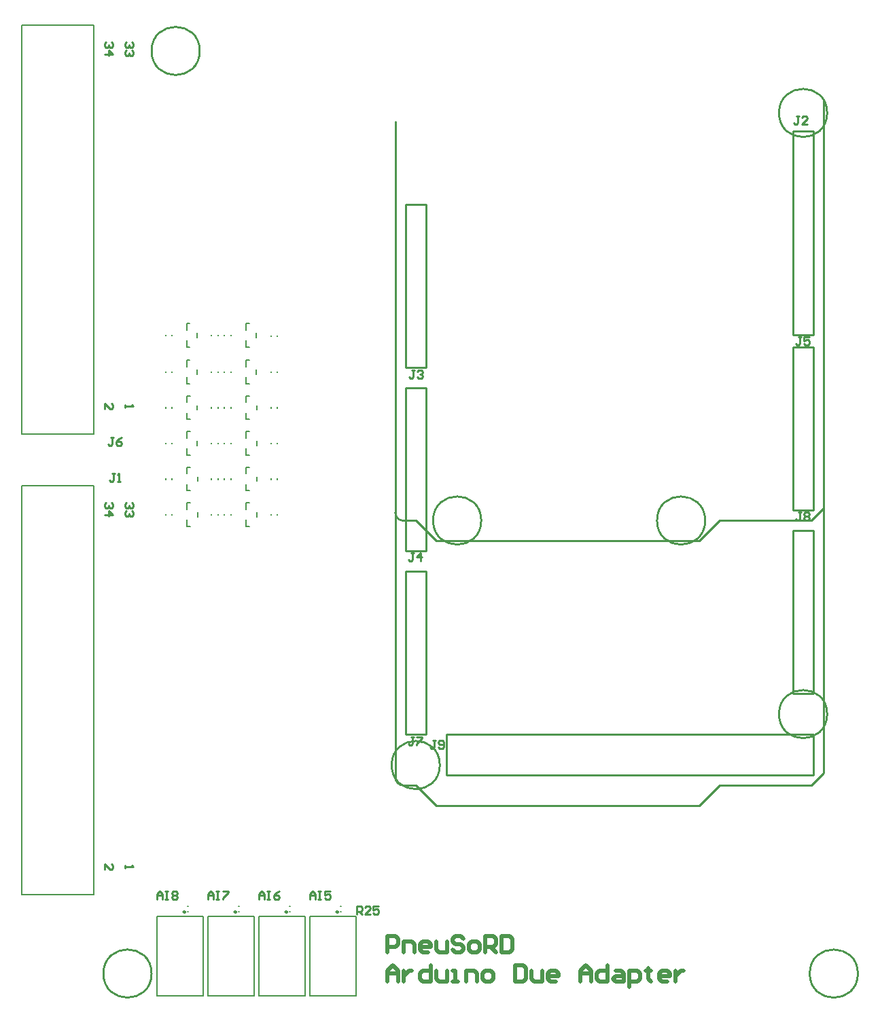
<source format=gto>
G04*
G04 #@! TF.GenerationSoftware,Altium Limited,Altium Designer,21.0.9 (235)*
G04*
G04 Layer_Color=65535*
%FSLAX44Y44*%
%MOMM*%
G71*
G04*
G04 #@! TF.SameCoordinates,B04B5628-BEB7-489B-AFC1-9DCA5A1A145D*
G04*
G04*
G04 #@! TF.FilePolarity,Positive*
G04*
G01*
G75*
%ADD10C,0.2500*%
%ADD11C,0.2540*%
%ADD12C,0.2000*%
%ADD13C,0.5080*%
D10*
X-769628Y-996004D02*
G03*
X-769628Y-996004I-1250J0D01*
G01*
X-706128D02*
G03*
X-706128Y-996004I-1250J0D01*
G01*
X-642628D02*
G03*
X-642628Y-996004I-1250J0D01*
G01*
X-579128D02*
G03*
X-579128Y-996004I-1250J0D01*
G01*
D11*
X-751726Y77316D02*
G03*
X-751726Y77316I-30000J0D01*
G01*
X-811726Y-1072684D02*
G03*
X-811726Y-1072684I-30000J0D01*
G01*
X68274D02*
G03*
X68274Y-1072684I-30000J0D01*
G01*
X30000Y-749300D02*
G03*
X30000Y-749300I-30000J0D01*
G01*
Y0D02*
G03*
X30000Y0I-30000J0D01*
G01*
X-122000Y-508000D02*
G03*
X-122000Y-508000I-30000J0D01*
G01*
X-401000D02*
G03*
X-401000Y-508000I-30000J0D01*
G01*
X-452600Y-812800D02*
G03*
X-452600Y-812800I-30000J0D01*
G01*
X-507991Y-828294D02*
G03*
X-498348Y-838188I9898J0D01*
G01*
X-507991Y-498294D02*
G03*
X-498348Y-508188I9898J0D01*
G01*
X12700Y-825500D02*
Y-774700D01*
X-444500D02*
X12700D01*
X-444500Y-825500D02*
Y-774700D01*
Y-825500D02*
X12700D01*
Y-276860D02*
Y-22860D01*
X-12700Y-276860D02*
X12700D01*
X-12700D02*
Y-22860D01*
X12700D01*
X-12700Y-520700D02*
X12700D01*
X-12700Y-723900D02*
Y-520700D01*
Y-723900D02*
X12700D01*
Y-520700D01*
X-498348Y-838188D02*
X-482612D01*
X10160Y-838200D02*
X25400Y-822960D01*
X-104140Y-838200D02*
X10160D01*
X-129540Y-863600D02*
X-104140Y-838200D01*
X-457200Y-863600D02*
X-129540D01*
X-482600Y-838200D02*
X-457200Y-863600D01*
X-469900Y-546100D02*
Y-342900D01*
X-495300Y-546100D02*
X-469900D01*
X-495300D02*
Y-342900D01*
X-469900D01*
Y-317500D02*
Y-114300D01*
X-495300Y-317500D02*
X-469900D01*
X-495300D02*
Y-114300D01*
X-469900D01*
X12700Y-495300D02*
Y-292100D01*
X-12700Y-495300D02*
X12700D01*
X-12700D02*
Y-292100D01*
X12700D01*
X-482600Y-508200D02*
X-457200Y-533600D01*
X-129540D01*
X-104140Y-508200D01*
X10160D01*
X25400Y-492960D01*
X25400Y16854D02*
X25400Y-822960D01*
X-498348Y-508188D02*
X-482612D01*
X-508000Y-10578D02*
X-508000Y-814996D01*
X-469900Y-774700D02*
Y-571500D01*
X-495300Y-774700D02*
X-469900D01*
X-495300D02*
Y-571500D01*
X-469900D01*
X-508003Y-828294D02*
Y-814237D01*
X-458049Y-782323D02*
X-461434D01*
X-459742D01*
Y-790787D01*
X-461434Y-792480D01*
X-463127D01*
X-464820Y-790787D01*
X-454663D02*
X-452971Y-792480D01*
X-449585D01*
X-447892Y-790787D01*
Y-784016D01*
X-449585Y-782323D01*
X-452971D01*
X-454663Y-784016D01*
Y-785709D01*
X-452971Y-787402D01*
X-447892D01*
X-4595Y-3904D02*
X-7981D01*
X-6288D01*
Y-12368D01*
X-7981Y-14060D01*
X-9674D01*
X-11366Y-12368D01*
X5561Y-14060D02*
X-1210D01*
X5561Y-7289D01*
Y-5597D01*
X3869Y-3904D01*
X483D01*
X-1210Y-5597D01*
X-2719Y-498007D02*
X-6104D01*
X-4412D01*
Y-506471D01*
X-6104Y-508164D01*
X-7797D01*
X-9490Y-506471D01*
X667Y-499700D02*
X2359Y-498007D01*
X5745D01*
X7438Y-499700D01*
Y-501393D01*
X5745Y-503086D01*
X7438Y-504779D01*
Y-506471D01*
X5745Y-508164D01*
X2359D01*
X667Y-506471D01*
Y-504779D01*
X2359Y-503086D01*
X667Y-501393D01*
Y-499700D01*
X2359Y-503086D02*
X5745D01*
X-859207Y-404789D02*
X-862592D01*
X-860900D01*
Y-413253D01*
X-862592Y-414946D01*
X-864285D01*
X-865978Y-413253D01*
X-849050Y-404789D02*
X-852436Y-406482D01*
X-855821Y-409868D01*
Y-413253D01*
X-854128Y-414946D01*
X-850743D01*
X-849050Y-413253D01*
Y-411561D01*
X-850743Y-409868D01*
X-855821D01*
X-862022Y88204D02*
X-860329Y86511D01*
Y83126D01*
X-862022Y81433D01*
X-863715D01*
X-865408Y83126D01*
Y84818D01*
Y83126D01*
X-867100Y81433D01*
X-868793D01*
X-870486Y83126D01*
Y86511D01*
X-868793Y88204D01*
X-870486Y72969D02*
X-860329D01*
X-865408Y78047D01*
Y71276D01*
X-836622Y88204D02*
X-834929Y86511D01*
Y83126D01*
X-836622Y81433D01*
X-838315D01*
X-840008Y83126D01*
Y84818D01*
Y83126D01*
X-841700Y81433D01*
X-843393D01*
X-845086Y83126D01*
Y86511D01*
X-843393Y88204D01*
X-836622Y78047D02*
X-834929Y76354D01*
Y72969D01*
X-836622Y71276D01*
X-838315D01*
X-840008Y72969D01*
Y74662D01*
Y72969D01*
X-841700Y71276D01*
X-843393D01*
X-845086Y72969D01*
Y76354D01*
X-843393Y78047D01*
X-845086Y-363496D02*
Y-366882D01*
Y-365189D01*
X-834929D01*
X-836622Y-363496D01*
X-870486Y-369267D02*
Y-362496D01*
X-863715Y-369267D01*
X-862022D01*
X-860329Y-367574D01*
Y-364189D01*
X-862022Y-362496D01*
X-741518Y-980350D02*
Y-973579D01*
X-738132Y-970193D01*
X-734747Y-973579D01*
Y-980350D01*
Y-975272D01*
X-741518D01*
X-731361Y-970193D02*
X-727976D01*
X-729669D01*
Y-980350D01*
X-731361D01*
X-727976D01*
X-722897Y-970193D02*
X-716126D01*
Y-971886D01*
X-722897Y-978657D01*
Y-980350D01*
X-805018D02*
Y-973579D01*
X-801632Y-970193D01*
X-798247Y-973579D01*
Y-980350D01*
Y-975272D01*
X-805018D01*
X-794861Y-970193D02*
X-791476D01*
X-793168D01*
Y-980350D01*
X-794861D01*
X-791476D01*
X-786397Y-971886D02*
X-784705Y-970193D01*
X-781319D01*
X-779626Y-971886D01*
Y-973579D01*
X-781319Y-975272D01*
X-779626Y-976964D01*
Y-978657D01*
X-781319Y-980350D01*
X-784705D01*
X-786397Y-978657D01*
Y-976964D01*
X-784705Y-975272D01*
X-786397Y-973579D01*
Y-971886D01*
X-784705Y-975272D02*
X-781319D01*
X-678018Y-980350D02*
Y-973579D01*
X-674632Y-970193D01*
X-671247Y-973579D01*
Y-980350D01*
Y-975272D01*
X-678018D01*
X-667861Y-970193D02*
X-664476D01*
X-666169D01*
Y-980350D01*
X-667861D01*
X-664476D01*
X-652626Y-970193D02*
X-656012Y-971886D01*
X-659397Y-975272D01*
Y-978657D01*
X-657705Y-980350D01*
X-654319D01*
X-652626Y-978657D01*
Y-976964D01*
X-654319Y-975272D01*
X-659397D01*
X-614518Y-980350D02*
Y-973579D01*
X-611132Y-970193D01*
X-607747Y-973579D01*
Y-980350D01*
Y-975272D01*
X-614518D01*
X-604361Y-970193D02*
X-600976D01*
X-602668D01*
Y-980350D01*
X-604361D01*
X-600976D01*
X-589126Y-970193D02*
X-595897D01*
Y-975272D01*
X-592512Y-973579D01*
X-590819D01*
X-589126Y-975272D01*
Y-978657D01*
X-590819Y-980350D01*
X-594205D01*
X-595897Y-978657D01*
X-862022Y-485846D02*
X-860329Y-487539D01*
Y-490924D01*
X-862022Y-492617D01*
X-863715D01*
X-865408Y-490924D01*
Y-489232D01*
Y-490924D01*
X-867100Y-492617D01*
X-868793D01*
X-870486Y-490924D01*
Y-487539D01*
X-868793Y-485846D01*
X-870486Y-501081D02*
X-860329D01*
X-865408Y-496003D01*
Y-502774D01*
X-836622Y-485846D02*
X-834929Y-487539D01*
Y-490924D01*
X-836622Y-492617D01*
X-838315D01*
X-840008Y-490924D01*
Y-489232D01*
Y-490924D01*
X-841700Y-492617D01*
X-843393D01*
X-845086Y-490924D01*
Y-487539D01*
X-843393Y-485846D01*
X-836622Y-496003D02*
X-834929Y-497696D01*
Y-501081D01*
X-836622Y-502774D01*
X-838315D01*
X-840008Y-501081D01*
Y-499388D01*
Y-501081D01*
X-841700Y-502774D01*
X-843393D01*
X-845086Y-501081D01*
Y-497696D01*
X-843393Y-496003D01*
X-845086Y-937546D02*
Y-940932D01*
Y-939239D01*
X-834929D01*
X-836622Y-937546D01*
X-870486Y-943317D02*
Y-936546D01*
X-863715Y-943317D01*
X-862022D01*
X-860329Y-941624D01*
Y-938239D01*
X-862022Y-936546D01*
X-556098Y-999146D02*
Y-988989D01*
X-551020D01*
X-549327Y-990682D01*
Y-994068D01*
X-551020Y-995760D01*
X-556098D01*
X-552712D02*
X-549327Y-999146D01*
X-539170D02*
X-545941D01*
X-539170Y-992375D01*
Y-990682D01*
X-540863Y-988989D01*
X-544249D01*
X-545941Y-990682D01*
X-529013Y-988989D02*
X-535785D01*
Y-994068D01*
X-532399Y-992375D01*
X-530706D01*
X-529013Y-994068D01*
Y-997453D01*
X-530706Y-999146D01*
X-534092D01*
X-535785Y-997453D01*
X-857429Y-448985D02*
X-860814D01*
X-859122D01*
Y-457449D01*
X-860814Y-459142D01*
X-862507D01*
X-864200Y-457449D01*
X-854043Y-459142D02*
X-850658D01*
X-852350D01*
Y-448985D01*
X-854043Y-450678D01*
X-485319Y-777915D02*
X-488704D01*
X-487012D01*
Y-786379D01*
X-488704Y-788072D01*
X-490397D01*
X-492090Y-786379D01*
X-481933Y-777915D02*
X-475162D01*
Y-779608D01*
X-481933Y-786379D01*
Y-788072D01*
X-2211Y-279313D02*
X-5596D01*
X-3904D01*
Y-287777D01*
X-5596Y-289470D01*
X-7289D01*
X-8982Y-287777D01*
X7946Y-279313D02*
X1175D01*
Y-284392D01*
X4560Y-282699D01*
X6253D01*
X7946Y-284392D01*
Y-287777D01*
X6253Y-289470D01*
X2867D01*
X1175Y-287777D01*
X-485319Y-548807D02*
X-488704D01*
X-487012D01*
Y-557271D01*
X-488704Y-558964D01*
X-490397D01*
X-492090Y-557271D01*
X-476855Y-558964D02*
Y-548807D01*
X-481933Y-553886D01*
X-475162D01*
X-484049Y-320715D02*
X-487434D01*
X-485742D01*
Y-329179D01*
X-487434Y-330872D01*
X-489127D01*
X-490820Y-329179D01*
X-480663Y-322408D02*
X-478970Y-320715D01*
X-475585D01*
X-473892Y-322408D01*
Y-324101D01*
X-475585Y-325794D01*
X-477278D01*
X-475585D01*
X-473892Y-327486D01*
Y-329179D01*
X-475585Y-330872D01*
X-478970D01*
X-480663Y-329179D01*
D12*
X-747228Y-1100354D02*
Y-1001354D01*
X-804728Y-1100354D02*
X-747228D01*
X-804728D02*
Y-1001354D01*
X-747228D01*
X-766656Y-988680D02*
X-765656D01*
X-766656Y-995680D02*
X-765656D01*
X-973486Y-400646D02*
Y109254D01*
Y-400646D02*
X-883486D01*
X-973486Y109254D02*
X-883486D01*
Y-400646D02*
Y109254D01*
X-693916Y-515044D02*
X-689685D01*
X-693916Y-493904D02*
Y-486044D01*
Y-515044D02*
Y-507184D01*
Y-486044D02*
X-689685D01*
X-680916Y-503404D02*
Y-497684D01*
X-663024Y-501044D02*
Y-500044D01*
X-655024Y-501044D02*
Y-500044D01*
Y-456594D02*
Y-455594D01*
X-663024Y-456594D02*
Y-455594D01*
X-680916Y-458954D02*
Y-453234D01*
X-693916Y-441594D02*
X-689685D01*
X-693916Y-470594D02*
Y-462734D01*
Y-449454D02*
Y-441594D01*
Y-470594D02*
X-689685D01*
X-729136Y-456594D02*
Y-455594D01*
X-737136Y-456594D02*
Y-455594D01*
X-794286Y-456594D02*
Y-455594D01*
X-786286Y-456594D02*
Y-455594D01*
X-754576Y-458954D02*
Y-453234D01*
X-767576Y-441594D02*
X-763345D01*
X-767576Y-470594D02*
Y-462734D01*
Y-449454D02*
Y-441594D01*
Y-470594D02*
X-763345D01*
X-720894Y-456594D02*
Y-455594D01*
X-712894Y-456594D02*
Y-455594D01*
X-794286Y-277616D02*
Y-276616D01*
X-786286Y-277616D02*
Y-276616D01*
X-720894Y-277616D02*
Y-276616D01*
X-712894Y-277616D02*
Y-276616D01*
X-655024Y-278276D02*
Y-277276D01*
X-663024Y-278276D02*
Y-277276D01*
X-729136Y-277616D02*
Y-276616D01*
X-737136Y-277616D02*
Y-276616D01*
X-681099Y-279976D02*
Y-274256D01*
X-694099Y-262616D02*
X-689868D01*
X-694099Y-291616D02*
Y-283756D01*
Y-270476D02*
Y-262616D01*
Y-291616D02*
X-689868D01*
X-755182Y-279976D02*
Y-274256D01*
X-768182Y-262616D02*
X-763952D01*
X-768182Y-291616D02*
Y-283756D01*
Y-270476D02*
Y-262616D01*
Y-291616D02*
X-763952D01*
X-720894Y-323244D02*
Y-322244D01*
X-712894Y-323244D02*
Y-322244D01*
X-794286Y-323244D02*
Y-322244D01*
X-786286Y-323244D02*
Y-322244D01*
X-681099Y-325604D02*
Y-319884D01*
X-694099Y-308244D02*
X-689868D01*
X-694099Y-337244D02*
Y-329384D01*
Y-316104D02*
Y-308244D01*
Y-337244D02*
X-689868D01*
X-755182Y-325604D02*
Y-319884D01*
X-768182Y-308244D02*
X-763952D01*
X-768182Y-337244D02*
Y-329384D01*
Y-316104D02*
Y-308244D01*
Y-337244D02*
X-763952D01*
X-655024Y-323244D02*
Y-322244D01*
X-663024Y-323244D02*
Y-322244D01*
X-729136Y-323244D02*
Y-322244D01*
X-737136Y-323244D02*
Y-322244D01*
X-720894Y-412144D02*
Y-411144D01*
X-712894Y-412144D02*
Y-411144D01*
X-794286Y-412144D02*
Y-411144D01*
X-786286Y-412144D02*
Y-411144D01*
X-720894Y-367694D02*
Y-366694D01*
X-712894Y-367694D02*
Y-366694D01*
X-794286Y-367694D02*
Y-366694D01*
X-786286Y-367694D02*
Y-366694D01*
X-680916Y-414504D02*
Y-408784D01*
X-693916Y-397144D02*
X-689685D01*
X-693916Y-426144D02*
Y-418284D01*
Y-405004D02*
Y-397144D01*
Y-426144D02*
X-689685D01*
X-754970Y-414504D02*
Y-408784D01*
X-767971Y-397144D02*
X-763740D01*
X-767971Y-426144D02*
Y-418284D01*
Y-405004D02*
Y-397144D01*
Y-426144D02*
X-763740D01*
X-680916Y-370054D02*
Y-364334D01*
X-693916Y-352694D02*
X-689685D01*
X-693916Y-381694D02*
Y-373834D01*
Y-360554D02*
Y-352694D01*
Y-381694D02*
X-689685D01*
X-754970Y-370054D02*
Y-364334D01*
X-767971Y-352694D02*
X-763740D01*
X-767971Y-381694D02*
Y-373834D01*
Y-360554D02*
Y-352694D01*
Y-381694D02*
X-763740D01*
X-655024Y-412144D02*
Y-411144D01*
X-663024Y-412144D02*
Y-411144D01*
X-729136Y-412144D02*
Y-411144D01*
X-737136Y-412144D02*
Y-411144D01*
X-655024Y-367694D02*
Y-366694D01*
X-663024Y-367694D02*
Y-366694D01*
X-729136Y-367694D02*
Y-366694D01*
X-737136Y-367694D02*
Y-366694D01*
X-720894Y-501044D02*
Y-500044D01*
X-712894Y-501044D02*
Y-500044D01*
X-794286Y-501044D02*
Y-500044D01*
X-786286Y-501044D02*
Y-500044D01*
X-754576Y-503404D02*
Y-497684D01*
X-767576Y-486044D02*
X-763345D01*
X-767576Y-515044D02*
Y-507184D01*
Y-493904D02*
Y-486044D01*
Y-515044D02*
X-763345D01*
X-729136Y-501044D02*
Y-500044D01*
X-737136Y-501044D02*
Y-500044D01*
X-703156Y-995680D02*
X-702156D01*
X-703156Y-988680D02*
X-702156D01*
X-639910Y-995680D02*
X-638910D01*
X-639910Y-988680D02*
X-638910D01*
X-576410Y-995680D02*
X-575410D01*
X-576410Y-988680D02*
X-575410D01*
X-741228Y-1001354D02*
X-683728D01*
X-741228Y-1100354D02*
Y-1001354D01*
Y-1100354D02*
X-683728D01*
Y-1001354D01*
X-677728D02*
X-620228D01*
X-677728Y-1100354D02*
Y-1001354D01*
Y-1100354D02*
X-620228D01*
Y-1001354D01*
X-614228D02*
X-556728D01*
X-614228Y-1100354D02*
Y-1001354D01*
Y-1100354D02*
X-556728D01*
Y-1001354D01*
X-973486Y-974696D02*
Y-464796D01*
Y-974696D02*
X-883486D01*
X-973486Y-464796D02*
X-883486D01*
Y-974696D02*
Y-464796D01*
D13*
X-518252Y-1045977D02*
Y-1025664D01*
X-508095D01*
X-504710Y-1029049D01*
Y-1035820D01*
X-508095Y-1039206D01*
X-518252D01*
X-497939Y-1045977D02*
Y-1032435D01*
X-487782D01*
X-484396Y-1035820D01*
Y-1045977D01*
X-467468D02*
X-474240D01*
X-477625Y-1042591D01*
Y-1035820D01*
X-474240Y-1032435D01*
X-467468D01*
X-464083Y-1035820D01*
Y-1039206D01*
X-477625D01*
X-457312Y-1032435D02*
Y-1042591D01*
X-453926Y-1045977D01*
X-443769D01*
Y-1032435D01*
X-423456Y-1029049D02*
X-426842Y-1025664D01*
X-433613D01*
X-436998Y-1029049D01*
Y-1032435D01*
X-433613Y-1035820D01*
X-426842D01*
X-423456Y-1039206D01*
Y-1042591D01*
X-426842Y-1045977D01*
X-433613D01*
X-436998Y-1042591D01*
X-413299Y-1045977D02*
X-406528D01*
X-403143Y-1042591D01*
Y-1035820D01*
X-406528Y-1032435D01*
X-413299D01*
X-416685Y-1035820D01*
Y-1042591D01*
X-413299Y-1045977D01*
X-396371D02*
Y-1025664D01*
X-386215D01*
X-382829Y-1029049D01*
Y-1035820D01*
X-386215Y-1039206D01*
X-396371D01*
X-389600D02*
X-382829Y-1045977D01*
X-376058Y-1025664D02*
Y-1045977D01*
X-365901D01*
X-362516Y-1042591D01*
Y-1029049D01*
X-365901Y-1025664D01*
X-376058D01*
X-518252Y-1082545D02*
Y-1069003D01*
X-511481Y-1062232D01*
X-504710Y-1069003D01*
Y-1082545D01*
Y-1072388D01*
X-518252D01*
X-497939Y-1069003D02*
Y-1082545D01*
Y-1075774D01*
X-494553Y-1072388D01*
X-491167Y-1069003D01*
X-487782D01*
X-464083Y-1062232D02*
Y-1082545D01*
X-474240D01*
X-477625Y-1079159D01*
Y-1072388D01*
X-474240Y-1069003D01*
X-464083D01*
X-457312D02*
Y-1079159D01*
X-453926Y-1082545D01*
X-443769D01*
Y-1069003D01*
X-436998Y-1082545D02*
X-430227D01*
X-433613D01*
Y-1069003D01*
X-436998D01*
X-420070Y-1082545D02*
Y-1069003D01*
X-409914D01*
X-406528Y-1072388D01*
Y-1082545D01*
X-396371D02*
X-389600D01*
X-386215Y-1079159D01*
Y-1072388D01*
X-389600Y-1069003D01*
X-396371D01*
X-399757Y-1072388D01*
Y-1079159D01*
X-396371Y-1082545D01*
X-359130Y-1062232D02*
Y-1082545D01*
X-348974D01*
X-345588Y-1079159D01*
Y-1065617D01*
X-348974Y-1062232D01*
X-359130D01*
X-338817Y-1069003D02*
Y-1079159D01*
X-335431Y-1082545D01*
X-325275D01*
Y-1069003D01*
X-308347Y-1082545D02*
X-315118D01*
X-318503Y-1079159D01*
Y-1072388D01*
X-315118Y-1069003D01*
X-308347D01*
X-304961Y-1072388D01*
Y-1075774D01*
X-318503D01*
X-277876Y-1082545D02*
Y-1069003D01*
X-271105Y-1062232D01*
X-264334Y-1069003D01*
Y-1082545D01*
Y-1072388D01*
X-277876D01*
X-244021Y-1062232D02*
Y-1082545D01*
X-254177D01*
X-257563Y-1079159D01*
Y-1072388D01*
X-254177Y-1069003D01*
X-244021D01*
X-233864D02*
X-227093D01*
X-223707Y-1072388D01*
Y-1082545D01*
X-233864D01*
X-237250Y-1079159D01*
X-233864Y-1075774D01*
X-223707D01*
X-216936Y-1089316D02*
Y-1069003D01*
X-206779D01*
X-203394Y-1072388D01*
Y-1079159D01*
X-206779Y-1082545D01*
X-216936D01*
X-193237Y-1065617D02*
Y-1069003D01*
X-196623D01*
X-189852D01*
X-193237D01*
Y-1079159D01*
X-189852Y-1082545D01*
X-169538D02*
X-176309D01*
X-179695Y-1079159D01*
Y-1072388D01*
X-176309Y-1069003D01*
X-169538D01*
X-166153Y-1072388D01*
Y-1075774D01*
X-179695D01*
X-159382Y-1069003D02*
Y-1082545D01*
Y-1075774D01*
X-155996Y-1072388D01*
X-152610Y-1069003D01*
X-149225D01*
M02*

</source>
